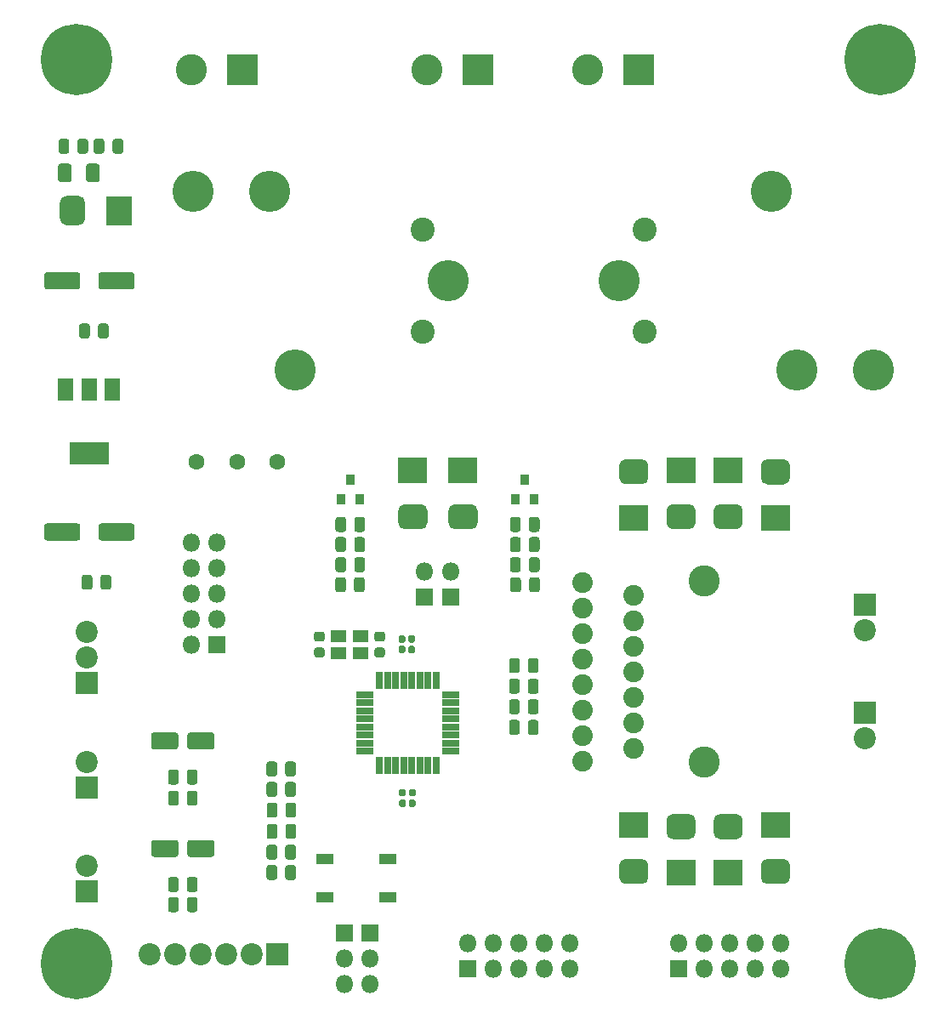
<source format=gbr>
%TF.GenerationSoftware,KiCad,Pcbnew,(5.1.6)-1*%
%TF.CreationDate,2022-04-27T14:58:12+09:00*%
%TF.ProjectId,FP-2500 ICHIMASA,46502d32-3530-4302-9049-4348494d4153,rev?*%
%TF.SameCoordinates,Original*%
%TF.FileFunction,Soldermask,Top*%
%TF.FilePolarity,Negative*%
%FSLAX46Y46*%
G04 Gerber Fmt 4.6, Leading zero omitted, Abs format (unit mm)*
G04 Created by KiCad (PCBNEW (5.1.6)-1) date 2022-04-27 14:58:12*
%MOMM*%
%LPD*%
G01*
G04 APERTURE LIST*
%ADD10C,3.100000*%
%ADD11O,1.800000X1.800000*%
%ADD12R,1.800000X1.800000*%
%ADD13C,4.100000*%
%ADD14C,2.400000*%
%ADD15C,2.200000*%
%ADD16R,2.200000X2.200000*%
%ADD17R,3.100000X3.100000*%
%ADD18R,1.700000X0.650000*%
%ADD19R,0.650000X1.700000*%
%ADD20R,1.500000X1.300000*%
%ADD21C,2.050000*%
%ADD22R,3.900000X2.300000*%
%ADD23R,1.600000X2.300000*%
%ADD24C,1.600000*%
%ADD25R,1.800000X1.100000*%
%ADD26R,0.900000X1.000000*%
%ADD27C,0.900000*%
%ADD28C,7.100000*%
%ADD29R,2.900000X2.500000*%
%ADD30R,2.500000X2.900000*%
G04 APERTURE END LIST*
D10*
%TO.C,HS1*%
X89500000Y-164900000D03*
X89500000Y-146900000D03*
%TD*%
D11*
%TO.C,J1*%
X76160000Y-182960000D03*
X76160000Y-185500000D03*
X73620000Y-182960000D03*
X73620000Y-185500000D03*
X71080000Y-182960000D03*
X71080000Y-185500000D03*
X68540000Y-182960000D03*
X68540000Y-185500000D03*
X66000000Y-182960000D03*
D12*
X66000000Y-185500000D03*
%TD*%
D11*
%TO.C,J2*%
X97160000Y-182960000D03*
X97160000Y-185500000D03*
X94620000Y-182960000D03*
X94620000Y-185500000D03*
X92080000Y-182960000D03*
X92080000Y-185500000D03*
X89540000Y-182960000D03*
X89540000Y-185500000D03*
X87000000Y-182960000D03*
D12*
X87000000Y-185500000D03*
%TD*%
D11*
%TO.C,J6*%
X38460000Y-143090000D03*
X41000000Y-143090000D03*
X38460000Y-145630000D03*
X41000000Y-145630000D03*
X38460000Y-148170000D03*
X41000000Y-148170000D03*
X38460000Y-150710000D03*
X41000000Y-150710000D03*
X38460000Y-153250000D03*
D12*
X41000000Y-153250000D03*
%TD*%
D11*
%TO.C,JP4*%
X53710000Y-187030000D03*
X53710000Y-184490000D03*
D12*
X53710000Y-181950000D03*
%TD*%
D13*
%TO.C,RLY1*%
X38660000Y-108100000D03*
X48800000Y-125900000D03*
D14*
X61460000Y-122100000D03*
D13*
X64000000Y-117000000D03*
D14*
X61460000Y-111900000D03*
D13*
X46260000Y-108100000D03*
%TD*%
%TO.C,C6*%
G36*
G01*
X60090000Y-169197500D02*
X60090000Y-168802500D01*
G75*
G02*
X60262500Y-168630000I172500J0D01*
G01*
X60607500Y-168630000D01*
G75*
G02*
X60780000Y-168802500I0J-172500D01*
G01*
X60780000Y-169197500D01*
G75*
G02*
X60607500Y-169370000I-172500J0D01*
G01*
X60262500Y-169370000D01*
G75*
G02*
X60090000Y-169197500I0J172500D01*
G01*
G37*
G36*
G01*
X59120000Y-169197500D02*
X59120000Y-168802500D01*
G75*
G02*
X59292500Y-168630000I172500J0D01*
G01*
X59637500Y-168630000D01*
G75*
G02*
X59810000Y-168802500I0J-172500D01*
G01*
X59810000Y-169197500D01*
G75*
G02*
X59637500Y-169370000I-172500J0D01*
G01*
X59292500Y-169370000D01*
G75*
G02*
X59120000Y-169197500I0J172500D01*
G01*
G37*
%TD*%
%TO.C,C8*%
G36*
G01*
X59760000Y-152452500D02*
X59760000Y-152847500D01*
G75*
G02*
X59587500Y-153020000I-172500J0D01*
G01*
X59242500Y-153020000D01*
G75*
G02*
X59070000Y-152847500I0J172500D01*
G01*
X59070000Y-152452500D01*
G75*
G02*
X59242500Y-152280000I172500J0D01*
G01*
X59587500Y-152280000D01*
G75*
G02*
X59760000Y-152452500I0J-172500D01*
G01*
G37*
G36*
G01*
X60730000Y-152452500D02*
X60730000Y-152847500D01*
G75*
G02*
X60557500Y-153020000I-172500J0D01*
G01*
X60212500Y-153020000D01*
G75*
G02*
X60040000Y-152847500I0J172500D01*
G01*
X60040000Y-152452500D01*
G75*
G02*
X60212500Y-152280000I172500J0D01*
G01*
X60557500Y-152280000D01*
G75*
G02*
X60730000Y-152452500I0J-172500D01*
G01*
G37*
%TD*%
%TO.C,C7*%
G36*
G01*
X59760000Y-153502500D02*
X59760000Y-153897500D01*
G75*
G02*
X59587500Y-154070000I-172500J0D01*
G01*
X59242500Y-154070000D01*
G75*
G02*
X59070000Y-153897500I0J172500D01*
G01*
X59070000Y-153502500D01*
G75*
G02*
X59242500Y-153330000I172500J0D01*
G01*
X59587500Y-153330000D01*
G75*
G02*
X59760000Y-153502500I0J-172500D01*
G01*
G37*
G36*
G01*
X60730000Y-153502500D02*
X60730000Y-153897500D01*
G75*
G02*
X60557500Y-154070000I-172500J0D01*
G01*
X60212500Y-154070000D01*
G75*
G02*
X60040000Y-153897500I0J172500D01*
G01*
X60040000Y-153502500D01*
G75*
G02*
X60212500Y-153330000I172500J0D01*
G01*
X60557500Y-153330000D01*
G75*
G02*
X60730000Y-153502500I0J-172500D01*
G01*
G37*
%TD*%
D15*
%TO.C,J10*%
X105500000Y-162540000D03*
D16*
X105500000Y-160000000D03*
%TD*%
D15*
%TO.C,J9*%
X105500000Y-151790000D03*
D16*
X105500000Y-149250000D03*
%TD*%
D10*
%TO.C,J5*%
X77920000Y-96000000D03*
D17*
X83000000Y-96000000D03*
%TD*%
D10*
%TO.C,J4*%
X61920000Y-96000000D03*
D17*
X67000000Y-96000000D03*
%TD*%
D15*
%TO.C,J8*%
X28000000Y-164860000D03*
D16*
X28000000Y-167400000D03*
%TD*%
D15*
%TO.C,J7*%
X28000000Y-175260000D03*
D16*
X28000000Y-177800000D03*
%TD*%
D18*
%TO.C,U2*%
X64250000Y-158200000D03*
X64250000Y-159000000D03*
X64250000Y-159800000D03*
X64250000Y-160600000D03*
X64250000Y-161400000D03*
X64250000Y-162200000D03*
X64250000Y-163000000D03*
X64250000Y-163800000D03*
D19*
X62800000Y-165250000D03*
X62000000Y-165250000D03*
X61200000Y-165250000D03*
X60400000Y-165250000D03*
X59600000Y-165250000D03*
X58800000Y-165250000D03*
X58000000Y-165250000D03*
X57200000Y-165250000D03*
D18*
X55750000Y-163800000D03*
X55750000Y-163000000D03*
X55750000Y-162200000D03*
X55750000Y-161400000D03*
X55750000Y-160600000D03*
X55750000Y-159800000D03*
X55750000Y-159000000D03*
X55750000Y-158200000D03*
D19*
X57200000Y-156750000D03*
X58000000Y-156750000D03*
X58800000Y-156750000D03*
X59600000Y-156750000D03*
X60400000Y-156750000D03*
X61200000Y-156750000D03*
X62000000Y-156750000D03*
X62800000Y-156750000D03*
%TD*%
D20*
%TO.C,Y1*%
X55300000Y-154050000D03*
X53100000Y-154050000D03*
X53100000Y-152350000D03*
X55300000Y-152350000D03*
%TD*%
D21*
%TO.C,U3*%
X77420000Y-164790000D03*
X82500000Y-163520000D03*
X77420000Y-162250000D03*
X82500000Y-160980000D03*
X77420000Y-159710000D03*
X82500000Y-158440000D03*
X77420000Y-157170000D03*
X82500000Y-155900000D03*
X77420000Y-154630000D03*
X82500000Y-153360000D03*
X77420000Y-152090000D03*
X82500000Y-150820000D03*
X77420000Y-149550000D03*
X82500000Y-148280000D03*
X77420000Y-147010000D03*
%TD*%
D22*
%TO.C,U1*%
X28250000Y-134150000D03*
D23*
X30550000Y-127850000D03*
X28250000Y-127850000D03*
X25950000Y-127850000D03*
%TD*%
D24*
%TO.C,TP3*%
X47000000Y-135000000D03*
%TD*%
%TO.C,TP2*%
X39000000Y-135000000D03*
%TD*%
%TO.C,TP1*%
X43000000Y-135000000D03*
%TD*%
D25*
%TO.C,S1*%
X58050000Y-178350000D03*
X51750000Y-178350000D03*
X58050000Y-174550000D03*
X51750000Y-174550000D03*
%TD*%
D13*
%TO.C,RLY2*%
X106340000Y-125900000D03*
X96200000Y-108100000D03*
D14*
X83540000Y-111900000D03*
D13*
X81000000Y-117000000D03*
D14*
X83540000Y-122100000D03*
D13*
X98740000Y-125900000D03*
%TD*%
%TO.C,R19*%
G36*
G01*
X47800000Y-166081250D02*
X47800000Y-165118750D01*
G75*
G02*
X48068750Y-164850000I268750J0D01*
G01*
X48606250Y-164850000D01*
G75*
G02*
X48875000Y-165118750I0J-268750D01*
G01*
X48875000Y-166081250D01*
G75*
G02*
X48606250Y-166350000I-268750J0D01*
G01*
X48068750Y-166350000D01*
G75*
G02*
X47800000Y-166081250I0J268750D01*
G01*
G37*
G36*
G01*
X45925000Y-166081250D02*
X45925000Y-165118750D01*
G75*
G02*
X46193750Y-164850000I268750J0D01*
G01*
X46731250Y-164850000D01*
G75*
G02*
X47000000Y-165118750I0J-268750D01*
G01*
X47000000Y-166081250D01*
G75*
G02*
X46731250Y-166350000I-268750J0D01*
G01*
X46193750Y-166350000D01*
G75*
G02*
X45925000Y-166081250I0J268750D01*
G01*
G37*
%TD*%
%TO.C,R18*%
G36*
G01*
X71950000Y-155781250D02*
X71950000Y-154818750D01*
G75*
G02*
X72218750Y-154550000I268750J0D01*
G01*
X72756250Y-154550000D01*
G75*
G02*
X73025000Y-154818750I0J-268750D01*
G01*
X73025000Y-155781250D01*
G75*
G02*
X72756250Y-156050000I-268750J0D01*
G01*
X72218750Y-156050000D01*
G75*
G02*
X71950000Y-155781250I0J268750D01*
G01*
G37*
G36*
G01*
X70075000Y-155781250D02*
X70075000Y-154818750D01*
G75*
G02*
X70343750Y-154550000I268750J0D01*
G01*
X70881250Y-154550000D01*
G75*
G02*
X71150000Y-154818750I0J-268750D01*
G01*
X71150000Y-155781250D01*
G75*
G02*
X70881250Y-156050000I-268750J0D01*
G01*
X70343750Y-156050000D01*
G75*
G02*
X70075000Y-155781250I0J268750D01*
G01*
G37*
%TD*%
%TO.C,R17*%
G36*
G01*
X71950000Y-157831250D02*
X71950000Y-156868750D01*
G75*
G02*
X72218750Y-156600000I268750J0D01*
G01*
X72756250Y-156600000D01*
G75*
G02*
X73025000Y-156868750I0J-268750D01*
G01*
X73025000Y-157831250D01*
G75*
G02*
X72756250Y-158100000I-268750J0D01*
G01*
X72218750Y-158100000D01*
G75*
G02*
X71950000Y-157831250I0J268750D01*
G01*
G37*
G36*
G01*
X70075000Y-157831250D02*
X70075000Y-156868750D01*
G75*
G02*
X70343750Y-156600000I268750J0D01*
G01*
X70881250Y-156600000D01*
G75*
G02*
X71150000Y-156868750I0J-268750D01*
G01*
X71150000Y-157831250D01*
G75*
G02*
X70881250Y-158100000I-268750J0D01*
G01*
X70343750Y-158100000D01*
G75*
G02*
X70075000Y-157831250I0J268750D01*
G01*
G37*
%TD*%
%TO.C,R16*%
G36*
G01*
X71950000Y-159881250D02*
X71950000Y-158918750D01*
G75*
G02*
X72218750Y-158650000I268750J0D01*
G01*
X72756250Y-158650000D01*
G75*
G02*
X73025000Y-158918750I0J-268750D01*
G01*
X73025000Y-159881250D01*
G75*
G02*
X72756250Y-160150000I-268750J0D01*
G01*
X72218750Y-160150000D01*
G75*
G02*
X71950000Y-159881250I0J268750D01*
G01*
G37*
G36*
G01*
X70075000Y-159881250D02*
X70075000Y-158918750D01*
G75*
G02*
X70343750Y-158650000I268750J0D01*
G01*
X70881250Y-158650000D01*
G75*
G02*
X71150000Y-158918750I0J-268750D01*
G01*
X71150000Y-159881250D01*
G75*
G02*
X70881250Y-160150000I-268750J0D01*
G01*
X70343750Y-160150000D01*
G75*
G02*
X70075000Y-159881250I0J268750D01*
G01*
G37*
%TD*%
%TO.C,R15*%
G36*
G01*
X71950000Y-161931250D02*
X71950000Y-160968750D01*
G75*
G02*
X72218750Y-160700000I268750J0D01*
G01*
X72756250Y-160700000D01*
G75*
G02*
X73025000Y-160968750I0J-268750D01*
G01*
X73025000Y-161931250D01*
G75*
G02*
X72756250Y-162200000I-268750J0D01*
G01*
X72218750Y-162200000D01*
G75*
G02*
X71950000Y-161931250I0J268750D01*
G01*
G37*
G36*
G01*
X70075000Y-161931250D02*
X70075000Y-160968750D01*
G75*
G02*
X70343750Y-160700000I268750J0D01*
G01*
X70881250Y-160700000D01*
G75*
G02*
X71150000Y-160968750I0J-268750D01*
G01*
X71150000Y-161931250D01*
G75*
G02*
X70881250Y-162200000I-268750J0D01*
G01*
X70343750Y-162200000D01*
G75*
G02*
X70075000Y-161931250I0J268750D01*
G01*
G37*
%TD*%
%TO.C,R14*%
G36*
G01*
X38000000Y-168981250D02*
X38000000Y-168018750D01*
G75*
G02*
X38268750Y-167750000I268750J0D01*
G01*
X38806250Y-167750000D01*
G75*
G02*
X39075000Y-168018750I0J-268750D01*
G01*
X39075000Y-168981250D01*
G75*
G02*
X38806250Y-169250000I-268750J0D01*
G01*
X38268750Y-169250000D01*
G75*
G02*
X38000000Y-168981250I0J268750D01*
G01*
G37*
G36*
G01*
X36125000Y-168981250D02*
X36125000Y-168018750D01*
G75*
G02*
X36393750Y-167750000I268750J0D01*
G01*
X36931250Y-167750000D01*
G75*
G02*
X37200000Y-168018750I0J-268750D01*
G01*
X37200000Y-168981250D01*
G75*
G02*
X36931250Y-169250000I-268750J0D01*
G01*
X36393750Y-169250000D01*
G75*
G02*
X36125000Y-168981250I0J268750D01*
G01*
G37*
%TD*%
%TO.C,R13*%
G36*
G01*
X37200000Y-165918750D02*
X37200000Y-166881250D01*
G75*
G02*
X36931250Y-167150000I-268750J0D01*
G01*
X36393750Y-167150000D01*
G75*
G02*
X36125000Y-166881250I0J268750D01*
G01*
X36125000Y-165918750D01*
G75*
G02*
X36393750Y-165650000I268750J0D01*
G01*
X36931250Y-165650000D01*
G75*
G02*
X37200000Y-165918750I0J-268750D01*
G01*
G37*
G36*
G01*
X39075000Y-165918750D02*
X39075000Y-166881250D01*
G75*
G02*
X38806250Y-167150000I-268750J0D01*
G01*
X38268750Y-167150000D01*
G75*
G02*
X38000000Y-166881250I0J268750D01*
G01*
X38000000Y-165918750D01*
G75*
G02*
X38268750Y-165650000I268750J0D01*
G01*
X38806250Y-165650000D01*
G75*
G02*
X39075000Y-165918750I0J-268750D01*
G01*
G37*
%TD*%
%TO.C,R12*%
G36*
G01*
X38000000Y-179581250D02*
X38000000Y-178618750D01*
G75*
G02*
X38268750Y-178350000I268750J0D01*
G01*
X38806250Y-178350000D01*
G75*
G02*
X39075000Y-178618750I0J-268750D01*
G01*
X39075000Y-179581250D01*
G75*
G02*
X38806250Y-179850000I-268750J0D01*
G01*
X38268750Y-179850000D01*
G75*
G02*
X38000000Y-179581250I0J268750D01*
G01*
G37*
G36*
G01*
X36125000Y-179581250D02*
X36125000Y-178618750D01*
G75*
G02*
X36393750Y-178350000I268750J0D01*
G01*
X36931250Y-178350000D01*
G75*
G02*
X37200000Y-178618750I0J-268750D01*
G01*
X37200000Y-179581250D01*
G75*
G02*
X36931250Y-179850000I-268750J0D01*
G01*
X36393750Y-179850000D01*
G75*
G02*
X36125000Y-179581250I0J268750D01*
G01*
G37*
%TD*%
%TO.C,R11*%
G36*
G01*
X37200000Y-176618750D02*
X37200000Y-177581250D01*
G75*
G02*
X36931250Y-177850000I-268750J0D01*
G01*
X36393750Y-177850000D01*
G75*
G02*
X36125000Y-177581250I0J268750D01*
G01*
X36125000Y-176618750D01*
G75*
G02*
X36393750Y-176350000I268750J0D01*
G01*
X36931250Y-176350000D01*
G75*
G02*
X37200000Y-176618750I0J-268750D01*
G01*
G37*
G36*
G01*
X39075000Y-176618750D02*
X39075000Y-177581250D01*
G75*
G02*
X38806250Y-177850000I-268750J0D01*
G01*
X38268750Y-177850000D01*
G75*
G02*
X38000000Y-177581250I0J268750D01*
G01*
X38000000Y-176618750D01*
G75*
G02*
X38268750Y-176350000I268750J0D01*
G01*
X38806250Y-176350000D01*
G75*
G02*
X39075000Y-176618750I0J-268750D01*
G01*
G37*
%TD*%
%TO.C,R10*%
G36*
G01*
X47800000Y-176381250D02*
X47800000Y-175418750D01*
G75*
G02*
X48068750Y-175150000I268750J0D01*
G01*
X48606250Y-175150000D01*
G75*
G02*
X48875000Y-175418750I0J-268750D01*
G01*
X48875000Y-176381250D01*
G75*
G02*
X48606250Y-176650000I-268750J0D01*
G01*
X48068750Y-176650000D01*
G75*
G02*
X47800000Y-176381250I0J268750D01*
G01*
G37*
G36*
G01*
X45925000Y-176381250D02*
X45925000Y-175418750D01*
G75*
G02*
X46193750Y-175150000I268750J0D01*
G01*
X46731250Y-175150000D01*
G75*
G02*
X47000000Y-175418750I0J-268750D01*
G01*
X47000000Y-176381250D01*
G75*
G02*
X46731250Y-176650000I-268750J0D01*
G01*
X46193750Y-176650000D01*
G75*
G02*
X45925000Y-176381250I0J268750D01*
G01*
G37*
%TD*%
%TO.C,R9*%
G36*
G01*
X47800000Y-174357250D02*
X47800000Y-173394750D01*
G75*
G02*
X48068750Y-173126000I268750J0D01*
G01*
X48606250Y-173126000D01*
G75*
G02*
X48875000Y-173394750I0J-268750D01*
G01*
X48875000Y-174357250D01*
G75*
G02*
X48606250Y-174626000I-268750J0D01*
G01*
X48068750Y-174626000D01*
G75*
G02*
X47800000Y-174357250I0J268750D01*
G01*
G37*
G36*
G01*
X45925000Y-174357250D02*
X45925000Y-173394750D01*
G75*
G02*
X46193750Y-173126000I268750J0D01*
G01*
X46731250Y-173126000D01*
G75*
G02*
X47000000Y-173394750I0J-268750D01*
G01*
X47000000Y-174357250D01*
G75*
G02*
X46731250Y-174626000I-268750J0D01*
G01*
X46193750Y-174626000D01*
G75*
G02*
X45925000Y-174357250I0J268750D01*
G01*
G37*
%TD*%
%TO.C,R8*%
G36*
G01*
X71250000Y-140768750D02*
X71250000Y-141731250D01*
G75*
G02*
X70981250Y-142000000I-268750J0D01*
G01*
X70443750Y-142000000D01*
G75*
G02*
X70175000Y-141731250I0J268750D01*
G01*
X70175000Y-140768750D01*
G75*
G02*
X70443750Y-140500000I268750J0D01*
G01*
X70981250Y-140500000D01*
G75*
G02*
X71250000Y-140768750I0J-268750D01*
G01*
G37*
G36*
G01*
X73125000Y-140768750D02*
X73125000Y-141731250D01*
G75*
G02*
X72856250Y-142000000I-268750J0D01*
G01*
X72318750Y-142000000D01*
G75*
G02*
X72050000Y-141731250I0J268750D01*
G01*
X72050000Y-140768750D01*
G75*
G02*
X72318750Y-140500000I268750J0D01*
G01*
X72856250Y-140500000D01*
G75*
G02*
X73125000Y-140768750I0J-268750D01*
G01*
G37*
%TD*%
%TO.C,R7*%
G36*
G01*
X72050000Y-145731250D02*
X72050000Y-144768750D01*
G75*
G02*
X72318750Y-144500000I268750J0D01*
G01*
X72856250Y-144500000D01*
G75*
G02*
X73125000Y-144768750I0J-268750D01*
G01*
X73125000Y-145731250D01*
G75*
G02*
X72856250Y-146000000I-268750J0D01*
G01*
X72318750Y-146000000D01*
G75*
G02*
X72050000Y-145731250I0J268750D01*
G01*
G37*
G36*
G01*
X70175000Y-145731250D02*
X70175000Y-144768750D01*
G75*
G02*
X70443750Y-144500000I268750J0D01*
G01*
X70981250Y-144500000D01*
G75*
G02*
X71250000Y-144768750I0J-268750D01*
G01*
X71250000Y-145731250D01*
G75*
G02*
X70981250Y-146000000I-268750J0D01*
G01*
X70443750Y-146000000D01*
G75*
G02*
X70175000Y-145731250I0J268750D01*
G01*
G37*
%TD*%
%TO.C,R6*%
G36*
G01*
X71250000Y-142768750D02*
X71250000Y-143731250D01*
G75*
G02*
X70981250Y-144000000I-268750J0D01*
G01*
X70443750Y-144000000D01*
G75*
G02*
X70175000Y-143731250I0J268750D01*
G01*
X70175000Y-142768750D01*
G75*
G02*
X70443750Y-142500000I268750J0D01*
G01*
X70981250Y-142500000D01*
G75*
G02*
X71250000Y-142768750I0J-268750D01*
G01*
G37*
G36*
G01*
X73125000Y-142768750D02*
X73125000Y-143731250D01*
G75*
G02*
X72856250Y-144000000I-268750J0D01*
G01*
X72318750Y-144000000D01*
G75*
G02*
X72050000Y-143731250I0J268750D01*
G01*
X72050000Y-142768750D01*
G75*
G02*
X72318750Y-142500000I268750J0D01*
G01*
X72856250Y-142500000D01*
G75*
G02*
X73125000Y-142768750I0J-268750D01*
G01*
G37*
%TD*%
%TO.C,R5*%
G36*
G01*
X54670000Y-141731250D02*
X54670000Y-140768750D01*
G75*
G02*
X54938750Y-140500000I268750J0D01*
G01*
X55476250Y-140500000D01*
G75*
G02*
X55745000Y-140768750I0J-268750D01*
G01*
X55745000Y-141731250D01*
G75*
G02*
X55476250Y-142000000I-268750J0D01*
G01*
X54938750Y-142000000D01*
G75*
G02*
X54670000Y-141731250I0J268750D01*
G01*
G37*
G36*
G01*
X52795000Y-141731250D02*
X52795000Y-140768750D01*
G75*
G02*
X53063750Y-140500000I268750J0D01*
G01*
X53601250Y-140500000D01*
G75*
G02*
X53870000Y-140768750I0J-268750D01*
G01*
X53870000Y-141731250D01*
G75*
G02*
X53601250Y-142000000I-268750J0D01*
G01*
X53063750Y-142000000D01*
G75*
G02*
X52795000Y-141731250I0J268750D01*
G01*
G37*
%TD*%
%TO.C,R4*%
G36*
G01*
X53870000Y-144768750D02*
X53870000Y-145731250D01*
G75*
G02*
X53601250Y-146000000I-268750J0D01*
G01*
X53063750Y-146000000D01*
G75*
G02*
X52795000Y-145731250I0J268750D01*
G01*
X52795000Y-144768750D01*
G75*
G02*
X53063750Y-144500000I268750J0D01*
G01*
X53601250Y-144500000D01*
G75*
G02*
X53870000Y-144768750I0J-268750D01*
G01*
G37*
G36*
G01*
X55745000Y-144768750D02*
X55745000Y-145731250D01*
G75*
G02*
X55476250Y-146000000I-268750J0D01*
G01*
X54938750Y-146000000D01*
G75*
G02*
X54670000Y-145731250I0J268750D01*
G01*
X54670000Y-144768750D01*
G75*
G02*
X54938750Y-144500000I268750J0D01*
G01*
X55476250Y-144500000D01*
G75*
G02*
X55745000Y-144768750I0J-268750D01*
G01*
G37*
%TD*%
%TO.C,R3*%
G36*
G01*
X54670000Y-143731250D02*
X54670000Y-142768750D01*
G75*
G02*
X54938750Y-142500000I268750J0D01*
G01*
X55476250Y-142500000D01*
G75*
G02*
X55745000Y-142768750I0J-268750D01*
G01*
X55745000Y-143731250D01*
G75*
G02*
X55476250Y-144000000I-268750J0D01*
G01*
X54938750Y-144000000D01*
G75*
G02*
X54670000Y-143731250I0J268750D01*
G01*
G37*
G36*
G01*
X52795000Y-143731250D02*
X52795000Y-142768750D01*
G75*
G02*
X53063750Y-142500000I268750J0D01*
G01*
X53601250Y-142500000D01*
G75*
G02*
X53870000Y-142768750I0J-268750D01*
G01*
X53870000Y-143731250D01*
G75*
G02*
X53601250Y-144000000I-268750J0D01*
G01*
X53063750Y-144000000D01*
G75*
G02*
X52795000Y-143731250I0J268750D01*
G01*
G37*
%TD*%
%TO.C,R2*%
G36*
G01*
X47800000Y-168105250D02*
X47800000Y-167142750D01*
G75*
G02*
X48068750Y-166874000I268750J0D01*
G01*
X48606250Y-166874000D01*
G75*
G02*
X48875000Y-167142750I0J-268750D01*
G01*
X48875000Y-168105250D01*
G75*
G02*
X48606250Y-168374000I-268750J0D01*
G01*
X48068750Y-168374000D01*
G75*
G02*
X47800000Y-168105250I0J268750D01*
G01*
G37*
G36*
G01*
X45925000Y-168105250D02*
X45925000Y-167142750D01*
G75*
G02*
X46193750Y-166874000I268750J0D01*
G01*
X46731250Y-166874000D01*
G75*
G02*
X47000000Y-167142750I0J-268750D01*
G01*
X47000000Y-168105250D01*
G75*
G02*
X46731250Y-168374000I-268750J0D01*
G01*
X46193750Y-168374000D01*
G75*
G02*
X45925000Y-168105250I0J268750D01*
G01*
G37*
%TD*%
%TO.C,R1*%
G36*
G01*
X29800000Y-103118750D02*
X29800000Y-104081250D01*
G75*
G02*
X29531250Y-104350000I-268750J0D01*
G01*
X28993750Y-104350000D01*
G75*
G02*
X28725000Y-104081250I0J268750D01*
G01*
X28725000Y-103118750D01*
G75*
G02*
X28993750Y-102850000I268750J0D01*
G01*
X29531250Y-102850000D01*
G75*
G02*
X29800000Y-103118750I0J-268750D01*
G01*
G37*
G36*
G01*
X31675000Y-103118750D02*
X31675000Y-104081250D01*
G75*
G02*
X31406250Y-104350000I-268750J0D01*
G01*
X30868750Y-104350000D01*
G75*
G02*
X30600000Y-104081250I0J268750D01*
G01*
X30600000Y-103118750D01*
G75*
G02*
X30868750Y-102850000I268750J0D01*
G01*
X31406250Y-102850000D01*
G75*
G02*
X31675000Y-103118750I0J-268750D01*
G01*
G37*
%TD*%
D26*
%TO.C,Q2*%
X71650000Y-136750000D03*
X72600000Y-138750000D03*
X70700000Y-138750000D03*
%TD*%
%TO.C,Q1*%
X54270000Y-136750000D03*
X55220000Y-138750000D03*
X53320000Y-138750000D03*
%TD*%
D11*
%TO.C,JP3*%
X56250000Y-187030000D03*
X56250000Y-184490000D03*
D12*
X56250000Y-181950000D03*
%TD*%
D11*
%TO.C,JP2*%
X64300000Y-145960000D03*
D12*
X64300000Y-148500000D03*
%TD*%
D11*
%TO.C,JP1*%
X61650000Y-145960000D03*
D12*
X61650000Y-148500000D03*
%TD*%
D15*
%TO.C,J12*%
X28000000Y-151960000D03*
X28000000Y-154500000D03*
D16*
X28000000Y-157040000D03*
%TD*%
D15*
%TO.C,J11*%
X34300000Y-184000000D03*
X36840000Y-184000000D03*
X39380000Y-184000000D03*
X41920000Y-184000000D03*
X44460000Y-184000000D03*
D16*
X47000000Y-184000000D03*
%TD*%
D10*
%TO.C,J3*%
X38420000Y-96000000D03*
D17*
X43500000Y-96000000D03*
%TD*%
D27*
%TO.C,H4*%
X108856155Y-93143845D03*
X107000000Y-92375000D03*
X105143845Y-93143845D03*
X104375000Y-95000000D03*
X105143845Y-96856155D03*
X107000000Y-97625000D03*
X108856155Y-96856155D03*
X109625000Y-95000000D03*
D28*
X107000000Y-95000000D03*
%TD*%
D27*
%TO.C,H3*%
X108856155Y-183143845D03*
X107000000Y-182375000D03*
X105143845Y-183143845D03*
X104375000Y-185000000D03*
X105143845Y-186856155D03*
X107000000Y-187625000D03*
X108856155Y-186856155D03*
X109625000Y-185000000D03*
D28*
X107000000Y-185000000D03*
%TD*%
D27*
%TO.C,H2*%
X28856155Y-183143845D03*
X27000000Y-182375000D03*
X25143845Y-183143845D03*
X24375000Y-185000000D03*
X25143845Y-186856155D03*
X27000000Y-187625000D03*
X28856155Y-186856155D03*
X29625000Y-185000000D03*
D28*
X27000000Y-185000000D03*
%TD*%
D27*
%TO.C,H1*%
X28856155Y-93143845D03*
X27000000Y-92375000D03*
X25143845Y-93143845D03*
X24375000Y-95000000D03*
X25143845Y-96856155D03*
X27000000Y-97625000D03*
X28856155Y-96856155D03*
X29625000Y-95000000D03*
D28*
X27000000Y-95000000D03*
%TD*%
%TO.C,F1*%
G36*
G01*
X27975000Y-106905000D02*
X27975000Y-105595000D01*
G75*
G02*
X28245000Y-105325000I270000J0D01*
G01*
X29055000Y-105325000D01*
G75*
G02*
X29325000Y-105595000I0J-270000D01*
G01*
X29325000Y-106905000D01*
G75*
G02*
X29055000Y-107175000I-270000J0D01*
G01*
X28245000Y-107175000D01*
G75*
G02*
X27975000Y-106905000I0J270000D01*
G01*
G37*
G36*
G01*
X25175000Y-106905000D02*
X25175000Y-105595000D01*
G75*
G02*
X25445000Y-105325000I270000J0D01*
G01*
X26255000Y-105325000D01*
G75*
G02*
X26525000Y-105595000I0J-270000D01*
G01*
X26525000Y-106905000D01*
G75*
G02*
X26255000Y-107175000I-270000J0D01*
G01*
X25445000Y-107175000D01*
G75*
G02*
X25175000Y-106905000I0J270000D01*
G01*
G37*
%TD*%
D29*
%TO.C,D16*%
X96600000Y-171200000D03*
G36*
G01*
X97425000Y-177050000D02*
X95775000Y-177050000D01*
G75*
G02*
X95150000Y-176425000I0J625000D01*
G01*
X95150000Y-175175000D01*
G75*
G02*
X95775000Y-174550000I625000J0D01*
G01*
X97425000Y-174550000D01*
G75*
G02*
X98050000Y-175175000I0J-625000D01*
G01*
X98050000Y-176425000D01*
G75*
G02*
X97425000Y-177050000I-625000J0D01*
G01*
G37*
%TD*%
%TO.C,D15*%
X82500000Y-171200000D03*
G36*
G01*
X83325000Y-177050000D02*
X81675000Y-177050000D01*
G75*
G02*
X81050000Y-176425000I0J625000D01*
G01*
X81050000Y-175175000D01*
G75*
G02*
X81675000Y-174550000I625000J0D01*
G01*
X83325000Y-174550000D01*
G75*
G02*
X83950000Y-175175000I0J-625000D01*
G01*
X83950000Y-176425000D01*
G75*
G02*
X83325000Y-177050000I-625000J0D01*
G01*
G37*
%TD*%
%TO.C,D14*%
X82500000Y-140600000D03*
G36*
G01*
X81675000Y-134750000D02*
X83325000Y-134750000D01*
G75*
G02*
X83950000Y-135375000I0J-625000D01*
G01*
X83950000Y-136625000D01*
G75*
G02*
X83325000Y-137250000I-625000J0D01*
G01*
X81675000Y-137250000D01*
G75*
G02*
X81050000Y-136625000I0J625000D01*
G01*
X81050000Y-135375000D01*
G75*
G02*
X81675000Y-134750000I625000J0D01*
G01*
G37*
%TD*%
%TO.C,D13*%
X96600000Y-140610000D03*
G36*
G01*
X95775000Y-134760000D02*
X97425000Y-134760000D01*
G75*
G02*
X98050000Y-135385000I0J-625000D01*
G01*
X98050000Y-136635000D01*
G75*
G02*
X97425000Y-137260000I-625000J0D01*
G01*
X95775000Y-137260000D01*
G75*
G02*
X95150000Y-136635000I0J625000D01*
G01*
X95150000Y-135385000D01*
G75*
G02*
X95775000Y-134760000I625000J0D01*
G01*
G37*
%TD*%
%TO.C,D12*%
X91900000Y-175930000D03*
G36*
G01*
X91075000Y-170080000D02*
X92725000Y-170080000D01*
G75*
G02*
X93350000Y-170705000I0J-625000D01*
G01*
X93350000Y-171955000D01*
G75*
G02*
X92725000Y-172580000I-625000J0D01*
G01*
X91075000Y-172580000D01*
G75*
G02*
X90450000Y-171955000I0J625000D01*
G01*
X90450000Y-170705000D01*
G75*
G02*
X91075000Y-170080000I625000J0D01*
G01*
G37*
%TD*%
%TO.C,D11*%
X87200000Y-175930000D03*
G36*
G01*
X86375000Y-170080000D02*
X88025000Y-170080000D01*
G75*
G02*
X88650000Y-170705000I0J-625000D01*
G01*
X88650000Y-171955000D01*
G75*
G02*
X88025000Y-172580000I-625000J0D01*
G01*
X86375000Y-172580000D01*
G75*
G02*
X85750000Y-171955000I0J625000D01*
G01*
X85750000Y-170705000D01*
G75*
G02*
X86375000Y-170080000I625000J0D01*
G01*
G37*
%TD*%
%TO.C,D10*%
X87200000Y-135870000D03*
G36*
G01*
X88025000Y-141720000D02*
X86375000Y-141720000D01*
G75*
G02*
X85750000Y-141095000I0J625000D01*
G01*
X85750000Y-139845000D01*
G75*
G02*
X86375000Y-139220000I625000J0D01*
G01*
X88025000Y-139220000D01*
G75*
G02*
X88650000Y-139845000I0J-625000D01*
G01*
X88650000Y-141095000D01*
G75*
G02*
X88025000Y-141720000I-625000J0D01*
G01*
G37*
%TD*%
%TO.C,D9*%
X91900000Y-135870000D03*
G36*
G01*
X92725000Y-141720000D02*
X91075000Y-141720000D01*
G75*
G02*
X90450000Y-141095000I0J625000D01*
G01*
X90450000Y-139845000D01*
G75*
G02*
X91075000Y-139220000I625000J0D01*
G01*
X92725000Y-139220000D01*
G75*
G02*
X93350000Y-139845000I0J-625000D01*
G01*
X93350000Y-141095000D01*
G75*
G02*
X92725000Y-141720000I-625000J0D01*
G01*
G37*
%TD*%
%TO.C,D8*%
G36*
G01*
X47820000Y-172288250D02*
X47820000Y-171325750D01*
G75*
G02*
X48088750Y-171057000I268750J0D01*
G01*
X48626250Y-171057000D01*
G75*
G02*
X48895000Y-171325750I0J-268750D01*
G01*
X48895000Y-172288250D01*
G75*
G02*
X48626250Y-172557000I-268750J0D01*
G01*
X48088750Y-172557000D01*
G75*
G02*
X47820000Y-172288250I0J268750D01*
G01*
G37*
G36*
G01*
X45945000Y-172288250D02*
X45945000Y-171325750D01*
G75*
G02*
X46213750Y-171057000I268750J0D01*
G01*
X46751250Y-171057000D01*
G75*
G02*
X47020000Y-171325750I0J-268750D01*
G01*
X47020000Y-172288250D01*
G75*
G02*
X46751250Y-172557000I-268750J0D01*
G01*
X46213750Y-172557000D01*
G75*
G02*
X45945000Y-172288250I0J268750D01*
G01*
G37*
%TD*%
%TO.C,D7*%
G36*
G01*
X72070000Y-147731250D02*
X72070000Y-146768750D01*
G75*
G02*
X72338750Y-146500000I268750J0D01*
G01*
X72876250Y-146500000D01*
G75*
G02*
X73145000Y-146768750I0J-268750D01*
G01*
X73145000Y-147731250D01*
G75*
G02*
X72876250Y-148000000I-268750J0D01*
G01*
X72338750Y-148000000D01*
G75*
G02*
X72070000Y-147731250I0J268750D01*
G01*
G37*
G36*
G01*
X70195000Y-147731250D02*
X70195000Y-146768750D01*
G75*
G02*
X70463750Y-146500000I268750J0D01*
G01*
X71001250Y-146500000D01*
G75*
G02*
X71270000Y-146768750I0J-268750D01*
G01*
X71270000Y-147731250D01*
G75*
G02*
X71001250Y-148000000I-268750J0D01*
G01*
X70463750Y-148000000D01*
G75*
G02*
X70195000Y-147731250I0J268750D01*
G01*
G37*
%TD*%
%TO.C,D6*%
G36*
G01*
X53850000Y-146768750D02*
X53850000Y-147731250D01*
G75*
G02*
X53581250Y-148000000I-268750J0D01*
G01*
X53043750Y-148000000D01*
G75*
G02*
X52775000Y-147731250I0J268750D01*
G01*
X52775000Y-146768750D01*
G75*
G02*
X53043750Y-146500000I268750J0D01*
G01*
X53581250Y-146500000D01*
G75*
G02*
X53850000Y-146768750I0J-268750D01*
G01*
G37*
G36*
G01*
X55725000Y-146768750D02*
X55725000Y-147731250D01*
G75*
G02*
X55456250Y-148000000I-268750J0D01*
G01*
X54918750Y-148000000D01*
G75*
G02*
X54650000Y-147731250I0J268750D01*
G01*
X54650000Y-146768750D01*
G75*
G02*
X54918750Y-146500000I268750J0D01*
G01*
X55456250Y-146500000D01*
G75*
G02*
X55725000Y-146768750I0J-268750D01*
G01*
G37*
%TD*%
%TO.C,D5*%
X65500000Y-135880000D03*
G36*
G01*
X66325000Y-141730000D02*
X64675000Y-141730000D01*
G75*
G02*
X64050000Y-141105000I0J625000D01*
G01*
X64050000Y-139855000D01*
G75*
G02*
X64675000Y-139230000I625000J0D01*
G01*
X66325000Y-139230000D01*
G75*
G02*
X66950000Y-139855000I0J-625000D01*
G01*
X66950000Y-141105000D01*
G75*
G02*
X66325000Y-141730000I-625000J0D01*
G01*
G37*
%TD*%
%TO.C,D4*%
X60500000Y-135880000D03*
G36*
G01*
X61325000Y-141730000D02*
X59675000Y-141730000D01*
G75*
G02*
X59050000Y-141105000I0J625000D01*
G01*
X59050000Y-139855000D01*
G75*
G02*
X59675000Y-139230000I625000J0D01*
G01*
X61325000Y-139230000D01*
G75*
G02*
X61950000Y-139855000I0J-625000D01*
G01*
X61950000Y-141105000D01*
G75*
G02*
X61325000Y-141730000I-625000J0D01*
G01*
G37*
%TD*%
%TO.C,D3*%
G36*
G01*
X47820000Y-170174250D02*
X47820000Y-169211750D01*
G75*
G02*
X48088750Y-168943000I268750J0D01*
G01*
X48626250Y-168943000D01*
G75*
G02*
X48895000Y-169211750I0J-268750D01*
G01*
X48895000Y-170174250D01*
G75*
G02*
X48626250Y-170443000I-268750J0D01*
G01*
X48088750Y-170443000D01*
G75*
G02*
X47820000Y-170174250I0J268750D01*
G01*
G37*
G36*
G01*
X45945000Y-170174250D02*
X45945000Y-169211750D01*
G75*
G02*
X46213750Y-168943000I268750J0D01*
G01*
X46751250Y-168943000D01*
G75*
G02*
X47020000Y-169211750I0J-268750D01*
G01*
X47020000Y-170174250D01*
G75*
G02*
X46751250Y-170443000I-268750J0D01*
G01*
X46213750Y-170443000D01*
G75*
G02*
X45945000Y-170174250I0J268750D01*
G01*
G37*
%TD*%
%TO.C,D2*%
G36*
G01*
X27100000Y-104081250D02*
X27100000Y-103118750D01*
G75*
G02*
X27368750Y-102850000I268750J0D01*
G01*
X27906250Y-102850000D01*
G75*
G02*
X28175000Y-103118750I0J-268750D01*
G01*
X28175000Y-104081250D01*
G75*
G02*
X27906250Y-104350000I-268750J0D01*
G01*
X27368750Y-104350000D01*
G75*
G02*
X27100000Y-104081250I0J268750D01*
G01*
G37*
G36*
G01*
X25225000Y-104081250D02*
X25225000Y-103118750D01*
G75*
G02*
X25493750Y-102850000I268750J0D01*
G01*
X26031250Y-102850000D01*
G75*
G02*
X26300000Y-103118750I0J-268750D01*
G01*
X26300000Y-104081250D01*
G75*
G02*
X26031250Y-104350000I-268750J0D01*
G01*
X25493750Y-104350000D01*
G75*
G02*
X25225000Y-104081250I0J268750D01*
G01*
G37*
%TD*%
D30*
%TO.C,D1*%
X31220000Y-110000000D03*
G36*
G01*
X25370000Y-110825000D02*
X25370000Y-109175000D01*
G75*
G02*
X25995000Y-108550000I625000J0D01*
G01*
X27245000Y-108550000D01*
G75*
G02*
X27870000Y-109175000I0J-625000D01*
G01*
X27870000Y-110825000D01*
G75*
G02*
X27245000Y-111450000I-625000J0D01*
G01*
X25995000Y-111450000D01*
G75*
G02*
X25370000Y-110825000I0J625000D01*
G01*
G37*
%TD*%
%TO.C,C12*%
G36*
G01*
X38050000Y-163384375D02*
X38050000Y-162215625D01*
G75*
G02*
X38315625Y-161950000I265625J0D01*
G01*
X40484375Y-161950000D01*
G75*
G02*
X40750000Y-162215625I0J-265625D01*
G01*
X40750000Y-163384375D01*
G75*
G02*
X40484375Y-163650000I-265625J0D01*
G01*
X38315625Y-163650000D01*
G75*
G02*
X38050000Y-163384375I0J265625D01*
G01*
G37*
G36*
G01*
X34450000Y-163384375D02*
X34450000Y-162215625D01*
G75*
G02*
X34715625Y-161950000I265625J0D01*
G01*
X36884375Y-161950000D01*
G75*
G02*
X37150000Y-162215625I0J-265625D01*
G01*
X37150000Y-163384375D01*
G75*
G02*
X36884375Y-163650000I-265625J0D01*
G01*
X34715625Y-163650000D01*
G75*
G02*
X34450000Y-163384375I0J265625D01*
G01*
G37*
%TD*%
%TO.C,C11*%
G36*
G01*
X38050000Y-174084375D02*
X38050000Y-172915625D01*
G75*
G02*
X38315625Y-172650000I265625J0D01*
G01*
X40484375Y-172650000D01*
G75*
G02*
X40750000Y-172915625I0J-265625D01*
G01*
X40750000Y-174084375D01*
G75*
G02*
X40484375Y-174350000I-265625J0D01*
G01*
X38315625Y-174350000D01*
G75*
G02*
X38050000Y-174084375I0J265625D01*
G01*
G37*
G36*
G01*
X34450000Y-174084375D02*
X34450000Y-172915625D01*
G75*
G02*
X34715625Y-172650000I265625J0D01*
G01*
X36884375Y-172650000D01*
G75*
G02*
X37150000Y-172915625I0J-265625D01*
G01*
X37150000Y-174084375D01*
G75*
G02*
X36884375Y-174350000I-265625J0D01*
G01*
X34715625Y-174350000D01*
G75*
G02*
X34450000Y-174084375I0J265625D01*
G01*
G37*
%TD*%
%TO.C,C10*%
G36*
G01*
X51481250Y-152900000D02*
X50918750Y-152900000D01*
G75*
G02*
X50675000Y-152656250I0J243750D01*
G01*
X50675000Y-152168750D01*
G75*
G02*
X50918750Y-151925000I243750J0D01*
G01*
X51481250Y-151925000D01*
G75*
G02*
X51725000Y-152168750I0J-243750D01*
G01*
X51725000Y-152656250D01*
G75*
G02*
X51481250Y-152900000I-243750J0D01*
G01*
G37*
G36*
G01*
X51481250Y-154475000D02*
X50918750Y-154475000D01*
G75*
G02*
X50675000Y-154231250I0J243750D01*
G01*
X50675000Y-153743750D01*
G75*
G02*
X50918750Y-153500000I243750J0D01*
G01*
X51481250Y-153500000D01*
G75*
G02*
X51725000Y-153743750I0J-243750D01*
G01*
X51725000Y-154231250D01*
G75*
G02*
X51481250Y-154475000I-243750J0D01*
G01*
G37*
%TD*%
%TO.C,C9*%
G36*
G01*
X56918750Y-153500000D02*
X57481250Y-153500000D01*
G75*
G02*
X57725000Y-153743750I0J-243750D01*
G01*
X57725000Y-154231250D01*
G75*
G02*
X57481250Y-154475000I-243750J0D01*
G01*
X56918750Y-154475000D01*
G75*
G02*
X56675000Y-154231250I0J243750D01*
G01*
X56675000Y-153743750D01*
G75*
G02*
X56918750Y-153500000I243750J0D01*
G01*
G37*
G36*
G01*
X56918750Y-151925000D02*
X57481250Y-151925000D01*
G75*
G02*
X57725000Y-152168750I0J-243750D01*
G01*
X57725000Y-152656250D01*
G75*
G02*
X57481250Y-152900000I-243750J0D01*
G01*
X56918750Y-152900000D01*
G75*
G02*
X56675000Y-152656250I0J243750D01*
G01*
X56675000Y-152168750D01*
G75*
G02*
X56918750Y-151925000I243750J0D01*
G01*
G37*
%TD*%
%TO.C,C5*%
G36*
G01*
X60090000Y-168147500D02*
X60090000Y-167752500D01*
G75*
G02*
X60262500Y-167580000I172500J0D01*
G01*
X60607500Y-167580000D01*
G75*
G02*
X60780000Y-167752500I0J-172500D01*
G01*
X60780000Y-168147500D01*
G75*
G02*
X60607500Y-168320000I-172500J0D01*
G01*
X60262500Y-168320000D01*
G75*
G02*
X60090000Y-168147500I0J172500D01*
G01*
G37*
G36*
G01*
X59120000Y-168147500D02*
X59120000Y-167752500D01*
G75*
G02*
X59292500Y-167580000I172500J0D01*
G01*
X59637500Y-167580000D01*
G75*
G02*
X59810000Y-167752500I0J-172500D01*
G01*
X59810000Y-168147500D01*
G75*
G02*
X59637500Y-168320000I-172500J0D01*
G01*
X59292500Y-168320000D01*
G75*
G02*
X59120000Y-168147500I0J172500D01*
G01*
G37*
%TD*%
%TO.C,C4*%
G36*
G01*
X29400000Y-147481250D02*
X29400000Y-146518750D01*
G75*
G02*
X29668750Y-146250000I268750J0D01*
G01*
X30206250Y-146250000D01*
G75*
G02*
X30475000Y-146518750I0J-268750D01*
G01*
X30475000Y-147481250D01*
G75*
G02*
X30206250Y-147750000I-268750J0D01*
G01*
X29668750Y-147750000D01*
G75*
G02*
X29400000Y-147481250I0J268750D01*
G01*
G37*
G36*
G01*
X27525000Y-147481250D02*
X27525000Y-146518750D01*
G75*
G02*
X27793750Y-146250000I268750J0D01*
G01*
X28331250Y-146250000D01*
G75*
G02*
X28600000Y-146518750I0J-268750D01*
G01*
X28600000Y-147481250D01*
G75*
G02*
X28331250Y-147750000I-268750J0D01*
G01*
X27793750Y-147750000D01*
G75*
G02*
X27525000Y-147481250I0J268750D01*
G01*
G37*
%TD*%
%TO.C,C3*%
G36*
G01*
X29200000Y-142584375D02*
X29200000Y-141415625D01*
G75*
G02*
X29465625Y-141150000I265625J0D01*
G01*
X32534375Y-141150000D01*
G75*
G02*
X32800000Y-141415625I0J-265625D01*
G01*
X32800000Y-142584375D01*
G75*
G02*
X32534375Y-142850000I-265625J0D01*
G01*
X29465625Y-142850000D01*
G75*
G02*
X29200000Y-142584375I0J265625D01*
G01*
G37*
G36*
G01*
X23800000Y-142584375D02*
X23800000Y-141415625D01*
G75*
G02*
X24065625Y-141150000I265625J0D01*
G01*
X27134375Y-141150000D01*
G75*
G02*
X27400000Y-141415625I0J-265625D01*
G01*
X27400000Y-142584375D01*
G75*
G02*
X27134375Y-142850000I-265625J0D01*
G01*
X24065625Y-142850000D01*
G75*
G02*
X23800000Y-142584375I0J265625D01*
G01*
G37*
%TD*%
%TO.C,C2*%
G36*
G01*
X29150000Y-122481250D02*
X29150000Y-121518750D01*
G75*
G02*
X29418750Y-121250000I268750J0D01*
G01*
X29956250Y-121250000D01*
G75*
G02*
X30225000Y-121518750I0J-268750D01*
G01*
X30225000Y-122481250D01*
G75*
G02*
X29956250Y-122750000I-268750J0D01*
G01*
X29418750Y-122750000D01*
G75*
G02*
X29150000Y-122481250I0J268750D01*
G01*
G37*
G36*
G01*
X27275000Y-122481250D02*
X27275000Y-121518750D01*
G75*
G02*
X27543750Y-121250000I268750J0D01*
G01*
X28081250Y-121250000D01*
G75*
G02*
X28350000Y-121518750I0J-268750D01*
G01*
X28350000Y-122481250D01*
G75*
G02*
X28081250Y-122750000I-268750J0D01*
G01*
X27543750Y-122750000D01*
G75*
G02*
X27275000Y-122481250I0J268750D01*
G01*
G37*
%TD*%
%TO.C,C1*%
G36*
G01*
X29200000Y-117584375D02*
X29200000Y-116415625D01*
G75*
G02*
X29465625Y-116150000I265625J0D01*
G01*
X32534375Y-116150000D01*
G75*
G02*
X32800000Y-116415625I0J-265625D01*
G01*
X32800000Y-117584375D01*
G75*
G02*
X32534375Y-117850000I-265625J0D01*
G01*
X29465625Y-117850000D01*
G75*
G02*
X29200000Y-117584375I0J265625D01*
G01*
G37*
G36*
G01*
X23800000Y-117584375D02*
X23800000Y-116415625D01*
G75*
G02*
X24065625Y-116150000I265625J0D01*
G01*
X27134375Y-116150000D01*
G75*
G02*
X27400000Y-116415625I0J-265625D01*
G01*
X27400000Y-117584375D01*
G75*
G02*
X27134375Y-117850000I-265625J0D01*
G01*
X24065625Y-117850000D01*
G75*
G02*
X23800000Y-117584375I0J265625D01*
G01*
G37*
%TD*%
M02*

</source>
